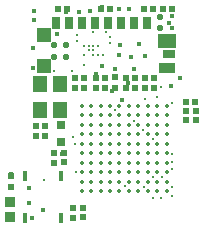
<source format=gts>
G04 Layer_Color=20142*
%FSLAX25Y25*%
%MOIN*%
G70*
G01*
G75*
%ADD63R,0.01578X0.03350*%
%ADD64C,0.01381*%
%ADD65R,0.05712X0.03743*%
%ADD66R,0.04137X0.02956*%
%ADD67R,0.05909X0.04924*%
%ADD68R,0.04728X0.04924*%
%ADD69R,0.02956X0.04137*%
%ADD70R,0.02405X0.02247*%
%ADD71R,0.04924X0.05712*%
%ADD72R,0.03743X0.03547*%
%ADD73R,0.02247X0.02405*%
%ADD74R,0.02956X0.02956*%
%ADD75R,0.02365X0.02365*%
%ADD76C,0.02169*%
%ADD77C,0.01600*%
%ADD78C,0.01300*%
%ADD79C,0.01200*%
D63*
X100000Y108858D02*
D03*
X111811Y108957D02*
D03*
X100000Y94980D02*
D03*
X111811D02*
D03*
D64*
X147173Y103827D02*
D03*
Y106976D02*
D03*
Y110126D02*
D03*
Y113276D02*
D03*
Y116425D02*
D03*
Y119575D02*
D03*
Y122724D02*
D03*
Y125874D02*
D03*
Y129024D02*
D03*
Y132173D02*
D03*
X144024Y103827D02*
D03*
Y106976D02*
D03*
Y110126D02*
D03*
Y113276D02*
D03*
Y116425D02*
D03*
Y119575D02*
D03*
Y122724D02*
D03*
Y125874D02*
D03*
Y129024D02*
D03*
Y132173D02*
D03*
X140874Y103827D02*
D03*
Y106976D02*
D03*
Y110126D02*
D03*
Y113276D02*
D03*
Y116425D02*
D03*
Y119575D02*
D03*
Y122724D02*
D03*
Y125874D02*
D03*
Y129024D02*
D03*
Y132173D02*
D03*
X137724Y103827D02*
D03*
Y106976D02*
D03*
Y110126D02*
D03*
Y113276D02*
D03*
Y116425D02*
D03*
Y119575D02*
D03*
Y122724D02*
D03*
Y125874D02*
D03*
Y129024D02*
D03*
Y132173D02*
D03*
X134575Y103827D02*
D03*
Y106976D02*
D03*
Y110126D02*
D03*
Y113276D02*
D03*
Y116425D02*
D03*
Y119575D02*
D03*
Y122724D02*
D03*
Y125874D02*
D03*
Y129024D02*
D03*
Y132173D02*
D03*
X131425Y103827D02*
D03*
Y106976D02*
D03*
Y110126D02*
D03*
Y113276D02*
D03*
Y116425D02*
D03*
Y119575D02*
D03*
Y122724D02*
D03*
Y125874D02*
D03*
Y129024D02*
D03*
Y132173D02*
D03*
X128276Y103827D02*
D03*
Y106976D02*
D03*
Y110126D02*
D03*
Y113276D02*
D03*
Y116425D02*
D03*
Y119575D02*
D03*
Y122724D02*
D03*
Y125874D02*
D03*
Y129024D02*
D03*
Y132173D02*
D03*
X125126Y103827D02*
D03*
Y106976D02*
D03*
Y110126D02*
D03*
Y113276D02*
D03*
Y116425D02*
D03*
Y119575D02*
D03*
Y122724D02*
D03*
Y125874D02*
D03*
Y129024D02*
D03*
Y132173D02*
D03*
X121976Y103827D02*
D03*
Y106976D02*
D03*
Y110126D02*
D03*
Y113276D02*
D03*
Y116425D02*
D03*
Y119575D02*
D03*
Y122724D02*
D03*
Y125874D02*
D03*
Y129024D02*
D03*
Y132173D02*
D03*
X118827Y103827D02*
D03*
Y106976D02*
D03*
Y110126D02*
D03*
Y113276D02*
D03*
Y116425D02*
D03*
Y119575D02*
D03*
Y122724D02*
D03*
Y125874D02*
D03*
Y129024D02*
D03*
Y132173D02*
D03*
D65*
X147244Y144882D02*
D03*
D66*
X148031Y149409D02*
D03*
D67*
X147146Y153937D02*
D03*
D68*
X106201Y145590D02*
D03*
Y155669D02*
D03*
D69*
X140748Y159803D02*
D03*
X136417D02*
D03*
X132087D02*
D03*
X127756D02*
D03*
X110433D02*
D03*
X114764D02*
D03*
X119094D02*
D03*
X123425D02*
D03*
D70*
X114035Y164500D02*
D03*
X110965D02*
D03*
X143035Y141500D02*
D03*
X139964D02*
D03*
X133465Y138000D02*
D03*
X136535D02*
D03*
Y141500D02*
D03*
X133465D02*
D03*
X139964Y138000D02*
D03*
X143035D02*
D03*
X116464Y141500D02*
D03*
X119535D02*
D03*
X103665Y122000D02*
D03*
X106735D02*
D03*
X156535Y133600D02*
D03*
X153464D02*
D03*
X123465Y141500D02*
D03*
X126535D02*
D03*
Y138000D02*
D03*
X123465D02*
D03*
X119535D02*
D03*
X116464D02*
D03*
X106735Y125500D02*
D03*
X103665D02*
D03*
X139464Y164500D02*
D03*
X142535D02*
D03*
X149035D02*
D03*
X145965D02*
D03*
X128235D02*
D03*
X125164D02*
D03*
D71*
X104954Y139331D02*
D03*
Y130669D02*
D03*
X111646Y139331D02*
D03*
Y130669D02*
D03*
D72*
X95100Y95141D02*
D03*
Y100259D02*
D03*
D73*
X156800Y130435D02*
D03*
Y127365D02*
D03*
X153500D02*
D03*
Y130435D02*
D03*
X119200Y95065D02*
D03*
Y98135D02*
D03*
X112900Y113365D02*
D03*
Y116435D02*
D03*
X109700Y113265D02*
D03*
Y116335D02*
D03*
X115900Y94964D02*
D03*
Y98035D02*
D03*
D74*
X112000Y125756D02*
D03*
Y120244D02*
D03*
D75*
X130000Y141772D02*
D03*
Y138228D02*
D03*
X95300Y108672D02*
D03*
Y105128D02*
D03*
D76*
X145000Y158031D02*
D03*
Y161969D02*
D03*
X113469Y148531D02*
D03*
Y152469D02*
D03*
X109531Y148531D02*
D03*
Y152469D02*
D03*
D77*
X102500Y144890D02*
D03*
X112500Y139100D02*
D03*
X131200Y164500D02*
D03*
X134600Y164600D02*
D03*
X128200D02*
D03*
X125600Y165000D02*
D03*
X121700Y163700D02*
D03*
X151500Y141600D02*
D03*
X149100Y158000D02*
D03*
X134300Y139800D02*
D03*
X100000Y108858D02*
D03*
X112300Y116300D02*
D03*
X112700Y113200D02*
D03*
X131300Y149200D02*
D03*
X128900Y137200D02*
D03*
X132200Y134200D02*
D03*
X135400Y148500D02*
D03*
X136200Y144500D02*
D03*
X148500Y138800D02*
D03*
X140000Y141800D02*
D03*
X138000Y152900D02*
D03*
X106100Y97500D02*
D03*
X95300Y109500D02*
D03*
X113500Y163600D02*
D03*
X104700Y130300D02*
D03*
X123500Y142900D02*
D03*
X102500Y151464D02*
D03*
X102900Y163900D02*
D03*
X102850Y160823D02*
D03*
X127600Y159600D02*
D03*
X110516Y156110D02*
D03*
X140000Y148756D02*
D03*
X129900Y144500D02*
D03*
X142200Y164400D02*
D03*
X118000Y163500D02*
D03*
X147800Y159900D02*
D03*
X149000Y162000D02*
D03*
X131465Y152500D02*
D03*
X125535Y145500D02*
D03*
X101200Y99900D02*
D03*
X153500Y127300D02*
D03*
Y130435D02*
D03*
X101200Y104873D02*
D03*
X102300Y94800D02*
D03*
D78*
X118504Y98031D02*
D03*
X139115Y124115D02*
D03*
X140874Y125874D02*
D03*
X116500Y119500D02*
D03*
X122000Y119600D02*
D03*
X117000Y110000D02*
D03*
X129800Y130700D02*
D03*
X125126Y125874D02*
D03*
X137724Y113276D02*
D03*
X106300Y107500D02*
D03*
X122000Y122700D02*
D03*
X125100D02*
D03*
X116036Y121900D02*
D03*
X115900Y98035D02*
D03*
X142500Y121000D02*
D03*
X139800Y134400D02*
D03*
X140874Y132173D02*
D03*
X137700Y132200D02*
D03*
X119626Y152287D02*
D03*
X139483Y105000D02*
D03*
X140874Y113276D02*
D03*
Y110126D02*
D03*
Y106976D02*
D03*
X144024Y129024D02*
D03*
Y106976D02*
D03*
X118827D02*
D03*
X134575Y110126D02*
D03*
X131425Y113276D02*
D03*
Y116425D02*
D03*
X128276D02*
D03*
Y119575D02*
D03*
X134575Y116425D02*
D03*
X137724Y119575D02*
D03*
X128276Y125874D02*
D03*
Y122724D02*
D03*
X149000Y105000D02*
D03*
Y116000D02*
D03*
X142500Y108500D02*
D03*
X137724Y110126D02*
D03*
X133414Y105586D02*
D03*
X149000Y111000D02*
D03*
X145374Y101610D02*
D03*
X149000Y133000D02*
D03*
Y102000D02*
D03*
X142500Y101500D02*
D03*
X145500Y108500D02*
D03*
X149000Y113500D02*
D03*
X118827Y113276D02*
D03*
X136400Y127198D02*
D03*
X144100Y135200D02*
D03*
D79*
X137724Y122724D02*
D03*
X145374Y138504D02*
D03*
X153500Y133500D02*
D03*
X122700Y156800D02*
D03*
X115500Y143900D02*
D03*
X109500D02*
D03*
X125925Y149138D02*
D03*
X124350D02*
D03*
X121201Y152287D02*
D03*
Y150713D02*
D03*
X122775D02*
D03*
Y152287D02*
D03*
X124350D02*
D03*
X128400Y153000D02*
D03*
X117400Y155700D02*
D03*
X117300Y153900D02*
D03*
X126800Y156700D02*
D03*
X128400Y155200D02*
D03*
X119626Y149138D02*
D03*
X119600Y145900D02*
D03*
X122775Y149138D02*
D03*
M02*

</source>
